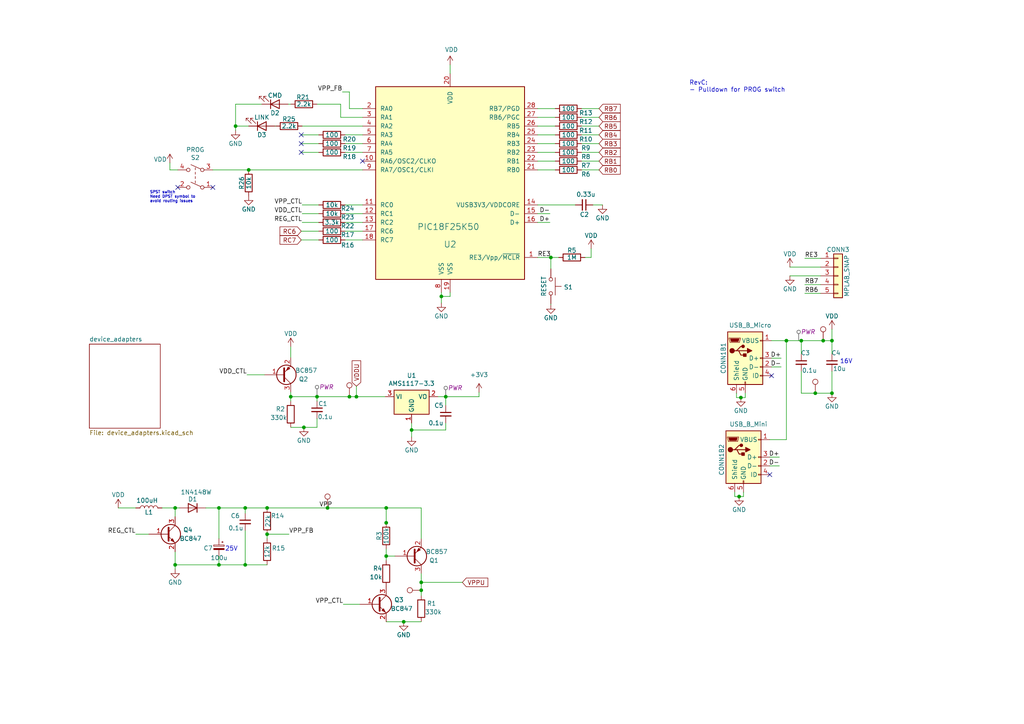
<source format=kicad_sch>
(kicad_sch (version 20230121) (generator eeschema)
  (paper "A4")
  (title_block (title "Openprog+") (date "2023-09-02") (rev "1.0") (company "by Stephen Gordon"))
  (lib_symbols
    (symbol "Connector:TestPoint" (pin_numbers hide) (pin_names (offset 0.762) hide)
      (property "Reference" "TP" (at 0 6.858 0))
      (property "Value" "TestPoint" (at 0 5.08 0))
      (symbol "TestPoint_0_1"
        (circle (center 0 3.302) (radius 0.762))
      )
      (symbol "TestPoint_1_1"
        (pin passive line (at 0 0 90) (length 2.54) (name "1") (number "1"))
      )
    )
    (symbol "Connector:USB_B_Micro" (pin_names (offset 1.016))
      (property "Reference" "J" (at -5.08 11.43 0))
      (property "Value" "USB_B_Micro" (at -5.08 8.89 0))
      (symbol "USB_B_Micro_0_1"
        (rectangle (start -5.08 -7.62) (end 5.08 7.62) (stroke (width 0.254)) (fill (type background)))
        (circle (center -3.81 2.159) (radius 0.635) (stroke (width 0.254)) (fill (type outline)))
        (circle (center -0.635 3.429) (radius 0.381) (stroke (width 0.254)) (fill (type outline)))
        (rectangle (start -0.127 -7.62) (end 0.127 -6.858))
        (polyline (pts (xy -1.905 2.159) (xy 0.635 2.159)) (stroke (width 0.254)))
        (polyline (pts (xy -3.175 2.159) (xy -2.54 2.159) (xy -1.27 3.429) (xy -0.635 3.429)) (stroke (width 0.254)))
        (polyline (pts (xy -2.54 2.159) (xy -1.905 2.159) (xy -1.27 0.889) (xy 0 0.889)) (stroke (width 0.254)))
        (polyline (pts (xy 0.635 2.794) (xy 0.635 1.524) (xy 1.905 2.159) (xy 0.635 2.794)) (stroke (width 0.254)) (fill (type outline)))
        (polyline (pts (xy -4.318 5.588) (xy -1.778 5.588) (xy -2.032 4.826) (xy -4.064 4.826) (xy -4.318 5.588)) (fill (type outline)))
        (polyline (pts (xy -4.699 5.842) (xy -4.699 5.588) (xy -4.445 4.826) (xy -4.445 4.572) (xy -1.651 4.572) (xy -1.651 4.826) (xy -1.397 5.588) (xy -1.397 5.842) (xy -4.699 5.842)))
        (rectangle (start 0.254 1.27) (end -0.508 0.508) (stroke (width 0.254)) (fill (type outline)))
        (rectangle (start 5.08 -5.207) (end 4.318 -4.953))
        (rectangle (start 5.08 -2.667) (end 4.318 -2.413))
        (rectangle (start 5.08 -0.127) (end 4.318 0.127))
        (rectangle (start 5.08 4.953) (end 4.318 5.207))
      )
      (symbol "USB_B_Micro_1_1"
        (pin power_out line (at 7.62 5.08 180) (length 2.54) (name "VBUS") (number "1"))
        (pin bidirectional line (at 7.62 -2.54 180) (length 2.54) (name "D-") (number "2"))
        (pin bidirectional line (at 7.62 0 180) (length 2.54) (name "D+") (number "3"))
        (pin passive line (at 7.62 -5.08 180) (length 2.54) (name "ID") (number "4"))
        (pin power_out line (at 0 -10.16 90) (length 2.54) (name "GND") (number "5"))
        (pin passive line (at -2.54 -10.16 90) (length 2.54) (name "Shield") (number "6"))
      )
    )
    (symbol "Connector:USB_B_Mini" (pin_names (offset 1.016))
      (property "Reference" "J" (at -5.08 11.43 0))
      (property "Value" "USB_B_Mini" (at -5.08 8.89 0))
      (symbol "USB_B_Mini_0_1"
        (rectangle (start -5.08 -7.62) (end 5.08 7.62) (stroke (width 0.254)) (fill (type background)))
        (circle (center -3.81 2.159) (radius 0.635) (stroke (width 0.254)) (fill (type outline)))
        (circle (center -0.635 3.429) (radius 0.381) (stroke (width 0.254)) (fill (type outline)))
        (rectangle (start -0.127 -7.62) (end 0.127 -6.858))
        (polyline (pts (xy -1.905 2.159) (xy 0.635 2.159)) (stroke (width 0.254)))
        (polyline (pts (xy -3.175 2.159) (xy -2.54 2.159) (xy -1.27 3.429) (xy -0.635 3.429)) (stroke (width 0.254)))
        (polyline (pts (xy -2.54 2.159) (xy -1.905 2.159) (xy -1.27 0.889) (xy 0 0.889)) (stroke (width 0.254)))
        (polyline (pts (xy 0.635 2.794) (xy 0.635 1.524) (xy 1.905 2.159) (xy 0.635 2.794)) (stroke (width 0.254)) (fill (type outline)))
        (polyline (pts (xy -4.318 5.588) (xy -1.778 5.588) (xy -2.032 4.826) (xy -4.064 4.826) (xy -4.318 5.588)) (fill (type outline)))
        (polyline (pts (xy -4.699 5.842) (xy -4.699 5.588) (xy -4.445 4.826) (xy -4.445 4.572) (xy -1.651 4.572) (xy -1.651 4.826) (xy -1.397 5.588) (xy -1.397 5.842) (xy -4.699 5.842)))
        (rectangle (start 0.254 1.27) (end -0.508 0.508) (stroke (width 0.254)) (fill (type outline)))
        (rectangle (start 5.08 -5.207) (end 4.318 -4.953))
        (rectangle (start 5.08 -2.667) (end 4.318 -2.413))
        (rectangle (start 5.08 -0.127) (end 4.318 0.127))
        (rectangle (start 5.08 4.953) (end 4.318 5.207))
      )
      (symbol "USB_B_Mini_1_1"
        (pin power_out line (at 7.62 5.08 180) (length 2.54) (name "VBUS") (number "1"))
        (pin bidirectional line (at 7.62 -2.54 180) (length 2.54) (name "D-") (number "2"))
        (pin bidirectional line (at 7.62 0 180) (length 2.54) (name "D+") (number "3"))
        (pin passive line (at 7.62 -5.08 180) (length 2.54) (name "ID") (number "4"))
        (pin power_out line (at 0 -10.16 90) (length 2.54) (name "GND") (number "5"))
        (pin passive line (at -2.54 -10.16 90) (length 2.54) (name "Shield") (number "6"))
      )
    )
    (symbol "Connector_Generic:Conn_01x05" (pin_names (offset 1.016) hide)
      (property "Reference" "J" (at 0 7.62 0))
      (property "Value" "Conn_01x05" (at 0 -7.62 0))
      (symbol "Conn_01x05_1_1"
        (rectangle (start -1.27 -4.953) (end 0 -5.207) (stroke (width 0.1524)))
        (rectangle (start -1.27 -2.413) (end 0 -2.667) (stroke (width 0.1524)))
        (rectangle (start -1.27 0.127) (end 0 -0.127) (stroke (width 0.1524)))
        (rectangle (start -1.27 2.667) (end 0 2.413) (stroke (width 0.1524)))
        (rectangle (start -1.27 5.207) (end 0 4.953) (stroke (width 0.1524)))
        (rectangle (start -1.27 6.35) (end 1.27 -6.35) (stroke (width 0.254)) (fill (type background)))
        (pin passive line (at -5.08 5.08 0) (length 3.81) (name "Pin_1") (number "1"))
        (pin passive line (at -5.08 2.54 0) (length 3.81) (name "Pin_2") (number "2"))
        (pin passive line (at -5.08 0 0) (length 3.81) (name "Pin_3") (number "3"))
        (pin passive line (at -5.08 -2.54 0) (length 3.81) (name "Pin_4") (number "4"))
        (pin passive line (at -5.08 -5.08 0) (length 3.81) (name "Pin_5") (number "5"))
      )
    )
    (symbol "Device:C_Polarized_Small" (pin_numbers hide) (pin_names (offset 0.254) hide)
      (property "Reference" "C" (at 0.254 1.778 0))
      (property "Value" "C_Polarized_Small" (at 0.254 -2.032 0))
      (symbol "C_Polarized_Small_0_1"
        (rectangle (start -1.524 -0.3048) (end 1.524 -0.6858) (fill (type outline)))
        (rectangle (start -1.524 0.6858) (end 1.524 0.3048))
        (polyline (pts (xy -1.27 1.524) (xy -0.762 1.524)))
        (polyline (pts (xy -1.016 1.27) (xy -1.016 1.778)))
      )
      (symbol "C_Polarized_Small_1_1"
        (pin passive line (at 0 2.54 270) (length 1.8542) (name "~") (number "1"))
        (pin passive line (at 0 -2.54 90) (length 1.8542) (name "~") (number "2"))
      )
    )
    (symbol "Device:C_Small" (pin_numbers hide) (pin_names (offset 0.254) hide)
      (property "Reference" "C" (at 0.254 1.778 0))
      (property "Value" "C_Small" (at 0.254 -2.032 0))
      (symbol "C_Small_0_1"
        (polyline (pts (xy -1.524 -0.508) (xy 1.524 -0.508)) (stroke (width 0.3302)))
        (polyline (pts (xy -1.524 0.508) (xy 1.524 0.508)) (stroke (width 0.3048)))
      )
      (symbol "C_Small_1_1"
        (pin passive line (at 0 2.54 270) (length 2.032) (name "~") (number "1"))
        (pin passive line (at 0 -2.54 90) (length 2.032) (name "~") (number "2"))
      )
    )
    (symbol "Device:L" (pin_numbers hide) (pin_names (offset 1.016) hide)
      (property "Reference" "L" (at -1.27 0 90))
      (property "Value" "L" (at 1.905 0 90))
      (symbol "L_0_1"
        (arc (start 0 -2.54) (mid 0.6323 -1.905) (end 0 -1.27))
        (arc (start 0 -1.27) (mid 0.6323 -0.635) (end 0 0))
        (arc (start 0 0) (mid 0.6323 0.635) (end 0 1.27))
        (arc (start 0 1.27) (mid 0.6323 1.905) (end 0 2.54))
      )
      (symbol "L_1_1"
        (pin passive line (at 0 3.81 270) (length 1.27) (name "1") (number "1"))
        (pin passive line (at 0 -3.81 90) (length 1.27) (name "2") (number "2"))
      )
    )
    (symbol "Device:LED" (pin_numbers hide) (pin_names (offset 1.016) hide)
      (property "Reference" "D" (at 0 2.54 0))
      (property "Value" "LED" (at 0 -2.54 0))
      (symbol "LED_0_1"
        (polyline (pts (xy -1.27 -1.27) (xy -1.27 1.27)) (stroke (width 0.254)))
        (polyline (pts (xy -1.27 0) (xy 1.27 0)))
        (polyline (pts (xy 1.27 -1.27) (xy 1.27 1.27) (xy -1.27 0) (xy 1.27 -1.27)) (stroke (width 0.254)))
        (polyline (pts (xy -3.048 -0.762) (xy -4.572 -2.286) (xy -3.81 -2.286) (xy -4.572 -2.286) (xy -4.572 -1.524)))
        (polyline (pts (xy -1.778 -0.762) (xy -3.302 -2.286) (xy -2.54 -2.286) (xy -3.302 -2.286) (xy -3.302 -1.524)))
      )
      (symbol "LED_1_1"
        (pin passive line (at -3.81 0 0) (length 2.54) (name "K") (number "1"))
        (pin passive line (at 3.81 0 180) (length 2.54) (name "A") (number "2"))
      )
    )
    (symbol "Device:R" (pin_numbers hide) (pin_names (offset 0))
      (property "Reference" "R" (at 2.032 0 90))
      (property "Value" "R" (at 0 0 90))
      (symbol "R_0_1"
        (rectangle (start -1.016 -2.54) (end 1.016 2.54) (stroke (width 0.254)))
      )
      (symbol "R_1_1"
        (pin passive line (at 0 3.81 270) (length 1.27) (name "~") (number "1"))
        (pin passive line (at 0 -3.81 90) (length 1.27) (name "~") (number "2"))
      )
    )
    (symbol "Diode:1N4148W" (pin_numbers hide) (pin_names hide)
      (property "Reference" "D" (at 0 2.54 0))
      (property "Value" "1N4148W" (at 0 -2.54 0))
      (symbol "1N4148W_0_1"
        (polyline (pts (xy -1.27 1.27) (xy -1.27 -1.27)) (stroke (width 0.254)))
        (polyline (pts (xy 1.27 0) (xy -1.27 0)))
        (polyline (pts (xy 1.27 1.27) (xy 1.27 -1.27) (xy -1.27 0) (xy 1.27 1.27)) (stroke (width 0.254)))
      )
      (symbol "1N4148W_1_1"
        (pin passive line (at -3.81 0 0) (length 2.54) (name "K") (number "1"))
        (pin passive line (at 3.81 0 180) (length 2.54) (name "A") (number "2"))
      )
    )
    (symbol "MCU_Microchip_PIC18:PIC18F25K50-xSO" (pin_names (offset 1.27))
      (property "Reference" "U" (at -20.32 30.48 0))
      (property "Value" "PIC18F25K50-xSO" (at 12.7 -27.94 0))
      (symbol "PIC18F25K50-xSO_0_1"
        (rectangle (start -21.59 29.21) (end 21.59 -26.67) (stroke (width 0.254)) (fill (type background)))
      )
      (symbol "PIC18F25K50-xSO_1_1"
        (pin input line (at 25.4 -20.32 180) (length 3.81) (name "RE3/Vpp/~{MCLR}") (number "1"))
        (pin output line (at -25.4 7.62 0) (length 3.81) (name "RA6/OSC2/CLKO") (number "10"))
        (pin bidirectional line (at -25.4 -5.08 0) (length 3.81) (name "RC0") (number "11"))
        (pin bidirectional line (at -25.4 -7.62 0) (length 3.81) (name "RC1") (number "12"))
        (pin bidirectional line (at -25.4 -10.16 0) (length 3.81) (name "RC2") (number "13"))
        (pin bidirectional line (at 25.4 -5.08 180) (length 3.81) (name "VUSB3V3/VDDCORE") (number "14"))
        (pin bidirectional line (at 25.4 -7.62 180) (length 3.81) (name "D-") (number "15"))
        (pin bidirectional line (at 25.4 -10.16 180) (length 3.81) (name "D+") (number "16"))
        (pin bidirectional line (at -25.4 -12.7 0) (length 3.81) (name "RC6") (number "17"))
        (pin bidirectional line (at -25.4 -15.24 0) (length 3.81) (name "RC7") (number "18"))
        (pin power_in line (at 0 -30.48 90) (length 3.81) (name "VSS") (number "19"))
        (pin bidirectional line (at -25.4 22.86 0) (length 3.81) (name "RA0") (number "2"))
        (pin power_in line (at 0 33.02 270) (length 3.81) (name "VDD") (number "20"))
        (pin bidirectional line (at 25.4 5.08 180) (length 3.81) (name "RB0") (number "21"))
        (pin bidirectional line (at 25.4 7.62 180) (length 3.81) (name "RB1") (number "22"))
        (pin bidirectional line (at 25.4 10.16 180) (length 3.81) (name "RB2") (number "23"))
        (pin bidirectional line (at 25.4 12.7 180) (length 3.81) (name "RB3") (number "24"))
        (pin bidirectional line (at 25.4 15.24 180) (length 3.81) (name "RB4") (number "25"))
        (pin bidirectional line (at 25.4 17.78 180) (length 3.81) (name "RB5") (number "26"))
        (pin bidirectional line (at 25.4 20.32 180) (length 3.81) (name "RB6/PGC") (number "27"))
        (pin bidirectional line (at 25.4 22.86 180) (length 3.81) (name "RB7/PGD") (number "28"))
        (pin bidirectional line (at -25.4 20.32 0) (length 3.81) (name "RA1") (number "3"))
        (pin bidirectional line (at -25.4 17.78 0) (length 3.81) (name "RA2") (number "4"))
        (pin bidirectional line (at -25.4 15.24 0) (length 3.81) (name "RA3") (number "5"))
        (pin bidirectional line (at -25.4 12.7 0) (length 3.81) (name "RA4") (number "6"))
        (pin bidirectional line (at -25.4 10.16 0) (length 3.81) (name "RA5") (number "7"))
        (pin power_in line (at -2.54 -30.48 90) (length 3.81) (name "VSS") (number "8"))
        (pin input line (at -25.4 5.08 0) (length 3.81) (name "RA7/OSC1/CLKI") (number "9"))
      )
    )
    (symbol "Regulator_Linear:AMS1117-3.3"
      (property "Reference" "U" (at -3.81 3.175 0))
      (property "Value" "AMS1117-3.3" (at 0 3.175 0))
      (symbol "AMS1117-3.3_0_1"
        (rectangle (start -5.08 -5.08) (end 5.08 1.905) (stroke (width 0.254)) (fill (type background)))
      )
      (symbol "AMS1117-3.3_1_1"
        (pin power_in line (at 0 -7.62 90) (length 2.54) (name "GND") (number "1"))
        (pin power_out line (at 7.62 0 180) (length 2.54) (name "VO") (number "2"))
        (pin power_in line (at -7.62 0 0) (length 2.54) (name "VI") (number "3"))
      )
    )
    (symbol "Switch:SW_DPST" (pin_names (offset 0) hide)
      (property "Reference" "SW" (at 0 5.08 0))
      (property "Value" "SW_DPST" (at 0 -5.08 0))
      (symbol "SW_DPST_0_0"
        (circle (center -2.032 -2.54) (radius 0.508))
        (circle (center -2.032 2.54) (radius 0.508))
        (polyline (pts (xy -1.524 -2.286) (xy 1.27 -1.016)))
        (polyline (pts (xy -1.524 2.794) (xy 1.27 4.064)))
        (polyline (pts (xy 0 -1.27) (xy 0 -0.635)))
        (polyline (pts (xy 0 0) (xy 0 0.635)))
        (polyline (pts (xy 0 1.27) (xy 0 1.905)))
        (polyline (pts (xy 0 2.54) (xy 0 3.175)))
        (circle (center 2.032 -2.54) (radius 0.508))
        (circle (center 2.032 2.54) (radius 0.508))
      )
      (symbol "SW_DPST_1_1"
        (pin passive line (at -5.08 -2.54 0) (length 2.54) (name "1") (number "1"))
        (pin passive line (at 5.08 -2.54 180) (length 2.54) (name "2") (number "2"))
        (pin passive line (at -5.08 2.54 0) (length 2.54) (name "3") (number "3"))
        (pin passive line (at 5.08 2.54 180) (length 2.54) (name "4") (number "4"))
      )
    )
    (symbol "Switch:SW_Push" (pin_numbers hide) (pin_names (offset 1.016) hide)
      (property "Reference" "SW" (at 1.27 2.54 0))
      (property "Value" "SW_Push" (at 0 -1.524 0))
      (symbol "SW_Push_0_1"
        (circle (center -2.032 0) (radius 0.508))
        (polyline (pts (xy 0 1.27) (xy 0 3.048)))
        (polyline (pts (xy 2.54 1.27) (xy -2.54 1.27)))
        (circle (center 2.032 0) (radius 0.508))
        (pin passive line (at -5.08 0 0) (length 2.54) (name "1") (number "1"))
        (pin passive line (at 5.08 0 180) (length 2.54) (name "2") (number "2"))
      )
    )
    (symbol "Transistor_BJT:BC847" (pin_names (offset 0) hide)
      (property "Reference" "Q" (at 5.08 1.905 0))
      (property "Value" "BC847" (at 5.08 0 0))
      (symbol "BC847_0_1"
        (polyline (pts (xy 0.635 0.635) (xy 2.54 2.54)))
        (polyline (pts (xy 0.635 -0.635) (xy 2.54 -2.54) (xy 2.54 -2.54)))
        (polyline (pts (xy 0.635 1.905) (xy 0.635 -1.905) (xy 0.635 -1.905)) (stroke (width 0.508)))
        (polyline (pts (xy 1.27 -1.778) (xy 1.778 -1.27) (xy 2.286 -2.286) (xy 1.27 -1.778) (xy 1.27 -1.778)) (fill (type outline)))
        (circle (center 1.27 0) (radius 2.8194) (stroke (width 0.254)))
      )
      (symbol "BC847_1_1"
        (pin input line (at -5.08 0 0) (length 5.715) (name "B") (number "1"))
        (pin passive line (at 2.54 -5.08 90) (length 2.54) (name "E") (number "2"))
        (pin passive line (at 2.54 5.08 270) (length 2.54) (name "C") (number "3"))
      )
    )
    (symbol "Transistor_BJT:BC857" (pin_names (offset 0) hide)
      (property "Reference" "Q" (at 5.08 1.905 0))
      (property "Value" "BC857" (at 5.08 0 0))
      (symbol "BC857_0_1"
        (polyline (pts (xy 0.635 0.635) (xy 2.54 2.54)))
        (polyline (pts (xy 0.635 -0.635) (xy 2.54 -2.54) (xy 2.54 -2.54)))
        (polyline (pts (xy 0.635 1.905) (xy 0.635 -1.905) (xy 0.635 -1.905)) (stroke (width 0.508)))
        (polyline (pts (xy 2.286 -1.778) (xy 1.778 -2.286) (xy 1.27 -1.27) (xy 2.286 -1.778) (xy 2.286 -1.778)) (fill (type outline)))
        (circle (center 1.27 0) (radius 2.8194) (stroke (width 0.254)))
      )
      (symbol "BC857_1_1"
        (pin input line (at -5.08 0 0) (length 5.715) (name "B") (number "1"))
        (pin passive line (at 2.54 -5.08 90) (length 2.54) (name "E") (number "2"))
        (pin passive line (at 2.54 5.08 270) (length 2.54) (name "C") (number "3"))
      )
    )
    (symbol "power:+3V3" (power) (pin_names (offset 0))
      (property "Value" "+3V3" (at 0 3.556 0))
      (symbol "+3V3_0_1"
        (polyline (pts (xy -0.762 1.27) (xy 0 2.54)))
        (polyline (pts (xy 0 0) (xy 0 2.54)))
        (polyline (pts (xy 0 2.54) (xy 0.762 1.27)))
      )
      (symbol "+3V3_1_1"
        (pin power_in line (at 0 0 90) (length 0) hide (name "+3V3") (number "1"))
      )
    )
    (symbol "power:GND" (power) (pin_names (offset 0))
      (property "Value" "GND" (at 0 -3.81 0))
      (symbol "GND_0_1"
        (polyline (pts (xy 0 0) (xy 0 -1.27) (xy 1.27 -1.27) (xy 0 -2.54) (xy -1.27 -1.27) (xy 0 -1.27)))
      )
      (symbol "GND_1_1"
        (pin power_in line (at 0 0 270) (length 0) hide (name "GND") (number "1"))
      )
    )
    (symbol "power:VDD" (power) (pin_names (offset 0))
      (property "Value" "VDD" (at 0 3.81 0))
      (symbol "VDD_0_1"
        (polyline (pts (xy -0.762 1.27) (xy 0 2.54)))
        (polyline (pts (xy 0 0) (xy 0 2.54)))
        (polyline (pts (xy 0 2.54) (xy 0.762 1.27)))
      )
      (symbol "VDD_1_1"
        (pin power_in line (at 0 0 90) (length 0) hide (name "VDD") (number "1"))
      )
    )
  )
  (junction (at 63.5 147.32))
  (junction (at 214.884 115.316))
  (junction (at 50.8 163.83))
  (junction (at 228.092 98.806))
  (junction (at 122.174 168.91))
  (junction (at 50.8 147.32))
  (junction (at 117.094 180.34))
  (junction (at 232.41 98.806))
  (junction (at 159.766 74.676))
  (junction (at 112.014 161.29))
  (junction (at 91.948 115.062))
  (junction (at 238.76 98.806))
  (junction (at 112.014 147.32))
  (junction (at 88.138 123.952))
  (junction (at 84.328 115.062))
  (junction (at 122.174 171.196))
  (junction (at 214.376 144.018))
  (junction (at 71.12 147.32))
  (junction (at 68.326 36.576))
  (junction (at 71.12 163.83))
  (junction (at 241.3 114.046))
  (junction (at 94.996 147.32))
  (junction (at 77.47 154.94))
  (junction (at 128.016 85.979))
  (junction (at 72.136 49.276))
  (junction (at 101.346 115.062))
  (junction (at 103.378 115.062))
  (junction (at 119.38 124.714))
  (junction (at 241.3 98.806))
  (junction (at 129.286 115.062))
  (junction (at 112.014 151.638))
  (junction (at 63.5 163.83))
  (junction (at 77.47 147.32))
  (junction (at 236.474 114.046))
  (no_connect (at 223.774 108.966))
  (no_connect (at 87.376 39.116))
  (no_connect (at 87.376 41.656))
  (no_connect (at 223.266 137.668))
  (no_connect (at 87.376 44.196))
  (no_connect (at 105.156 46.736))
  (no_connect (at 51.562 54.356))
  (no_connect (at 61.722 54.356))
  (wire (pts (xy 49.276 47.244) (xy 49.276 49.276)))
  (wire (pts (xy 236.474 114.046) (xy 232.41 114.046)))
  (wire (pts (xy 241.3 98.806) (xy 241.3 102.616)))
  (wire (pts (xy 223.266 132.588) (xy 226.06 132.588)))
  (wire (pts (xy 213.106 144.018) (xy 214.376 144.018)))
  (wire (pts (xy 92.456 64.516) (xy 87.63 64.516)))
  (wire (pts (xy 134.112 168.91) (xy 122.174 168.91)))
  (wire (pts (xy 75.946 30.226) (xy 68.326 30.226)))
  (wire (pts (xy 51.562 49.276) (xy 49.276 49.276)))
  (wire (pts (xy 129.286 115.062) (xy 129.286 117.602)))
  (wire (pts (xy 105.156 69.596) (xy 100.076 69.596)))
  (wire (pts (xy 223.266 135.128) (xy 226.06 135.128)))
  (wire (pts (xy 83.82 154.94) (xy 77.47 154.94)))
  (wire (pts (xy 50.8 160.02) (xy 50.8 163.83)))
  (wire (pts (xy 155.956 61.976) (xy 159.512 61.976)))
  (wire (pts (xy 92.456 59.436) (xy 87.63 59.436)))
  (wire (pts (xy 228.092 127.508) (xy 228.092 98.806)))
  (wire (pts (xy 71.12 147.32) (xy 63.5 147.32)))
  (wire (pts (xy 72.136 49.276) (xy 105.156 49.276)))
  (wire (pts (xy 238.76 98.806) (xy 241.3 98.806)))
  (wire (pts (xy 213.106 142.748) (xy 213.106 144.018)))
  (wire (pts (xy 128.016 85.979) (xy 128.016 87.884)))
  (wire (pts (xy 169.672 74.676) (xy 171.45 74.676)))
  (wire (pts (xy 112.014 161.29) (xy 112.014 162.56)))
  (wire (pts (xy 83.566 30.226) (xy 84.328 30.226)))
  (wire (pts (xy 159.766 88.138) (xy 159.766 88.392)))
  (wire (pts (xy 119.38 124.714) (xy 119.38 126.746)))
  (wire (pts (xy 238.76 98.806) (xy 232.41 98.806)))
  (wire (pts (xy 94.996 147.32) (xy 112.014 147.32)))
  (wire (pts (xy 79.756 36.576) (xy 80.01 36.576)))
  (wire (pts (xy 127 115.062) (xy 129.286 115.062)))
  (wire (pts (xy 104.394 175.26) (xy 99.568 175.26)))
  (wire (pts (xy 71.12 153.924) (xy 71.12 163.83)))
  (wire (pts (xy 112.014 147.32) (xy 112.014 151.638)))
  (wire (pts (xy 61.722 49.276) (xy 72.136 49.276)))
  (wire (pts (xy 92.456 39.116) (xy 87.376 39.116)))
  (wire (pts (xy 171.45 74.676) (xy 171.45 72.136)))
  (wire (pts (xy 130.556 18.796) (xy 130.556 21.336)))
  (wire (pts (xy 91.948 115.062) (xy 84.328 115.062)))
  (wire (pts (xy 84.328 100.584) (xy 84.328 103.632)))
  (wire (pts (xy 213.614 115.316) (xy 214.884 115.316)))
  (wire (pts (xy 173.736 46.736) (xy 168.656 46.736)))
  (wire (pts (xy 91.948 121.412) (xy 91.948 123.952)))
  (wire (pts (xy 130.556 85.979) (xy 128.016 85.979)))
  (wire (pts (xy 129.286 122.682) (xy 129.286 124.714)))
  (wire (pts (xy 166.878 59.436) (xy 155.956 59.436)))
  (wire (pts (xy 68.326 36.576) (xy 68.326 30.226)))
  (wire (pts (xy 105.156 64.516) (xy 100.076 64.516)))
  (wire (pts (xy 223.774 103.886) (xy 226.568 103.886)))
  (wire (pts (xy 91.948 116.332) (xy 91.948 115.062)))
  (wire (pts (xy 241.3 107.696) (xy 241.3 114.046)))
  (wire (pts (xy 71.12 148.844) (xy 71.12 147.32)))
  (wire (pts (xy 173.736 41.656) (xy 168.656 41.656)))
  (wire (pts (xy 112.014 147.32) (xy 122.174 147.32)))
  (wire (pts (xy 232.41 107.696) (xy 232.41 114.046)))
  (wire (pts (xy 105.156 36.576) (xy 87.63 36.576)))
  (wire (pts (xy 63.5 147.32) (xy 59.69 147.32)))
  (wire (pts (xy 91.948 123.952) (xy 88.138 123.952)))
  (wire (pts (xy 77.47 154.94) (xy 77.47 156.21)))
  (wire (pts (xy 168.656 49.276) (xy 173.736 49.276)))
  (wire (pts (xy 103.378 112.014) (xy 103.378 115.062)))
  (wire (pts (xy 105.156 34.036) (xy 98.806 34.036)))
  (wire (pts (xy 112.014 151.638) (xy 112.014 151.892)))
  (wire (pts (xy 155.956 64.516) (xy 159.512 64.516)))
  (wire (pts (xy 87.376 67.056) (xy 92.456 67.056)))
  (wire (pts (xy 161.036 46.736) (xy 155.956 46.736)))
  (wire (pts (xy 122.174 168.91) (xy 122.174 171.196)))
  (wire (pts (xy 237.998 74.93) (xy 233.426 74.93)))
  (wire (pts (xy 87.376 44.196) (xy 92.456 44.196)))
  (wire (pts (xy 77.47 147.32) (xy 94.996 147.32)))
  (wire (pts (xy 63.5 147.32) (xy 63.5 156.21)))
  (wire (pts (xy 229.108 80.01) (xy 237.998 80.01)))
  (wire (pts (xy 168.656 31.496) (xy 173.736 31.496)))
  (wire (pts (xy 138.938 115.062) (xy 138.938 113.792)))
  (wire (pts (xy 215.646 144.018) (xy 214.376 144.018)))
  (wire (pts (xy 52.07 147.32) (xy 50.8 147.32)))
  (wire (pts (xy 119.38 124.714) (xy 129.286 124.714)))
  (wire (pts (xy 223.266 127.508) (xy 228.092 127.508)))
  (wire (pts (xy 105.156 31.496) (xy 101.346 31.496)))
  (wire (pts (xy 237.998 85.09) (xy 233.426 85.09)))
  (wire (pts (xy 103.378 115.062) (xy 111.76 115.062)))
  (wire (pts (xy 223.774 106.426) (xy 226.568 106.426)))
  (wire (pts (xy 46.99 147.32) (xy 50.8 147.32)))
  (wire (pts (xy 155.956 49.276) (xy 161.036 49.276)))
  (wire (pts (xy 241.3 95.504) (xy 241.3 98.806)))
  (wire (pts (xy 223.774 98.806) (xy 228.092 98.806)))
  (wire (pts (xy 168.656 34.036) (xy 173.736 34.036)))
  (wire (pts (xy 105.156 61.976) (xy 100.076 61.976)))
  (wire (pts (xy 215.646 142.748) (xy 215.646 144.018)))
  (wire (pts (xy 50.8 149.86) (xy 50.8 147.32)))
  (wire (pts (xy 155.956 74.676) (xy 159.766 74.676)))
  (wire (pts (xy 105.156 67.056) (xy 100.076 67.056)))
  (wire (pts (xy 155.956 44.196) (xy 161.036 44.196)))
  (wire (pts (xy 63.5 161.29) (xy 63.5 163.83)))
  (wire (pts (xy 92.456 41.656) (xy 87.376 41.656)))
  (wire (pts (xy 155.956 39.116) (xy 161.036 39.116)))
  (wire (pts (xy 237.998 82.55) (xy 233.426 82.55)))
  (wire (pts (xy 122.174 166.37) (xy 122.174 168.91)))
  (wire (pts (xy 105.156 44.196) (xy 100.076 44.196)))
  (wire (pts (xy 105.156 39.116) (xy 100.076 39.116)))
  (wire (pts (xy 71.12 147.32) (xy 77.47 147.32)))
  (wire (pts (xy 92.456 61.976) (xy 87.63 61.976)))
  (wire (pts (xy 128.016 84.836) (xy 128.016 85.979)))
  (wire (pts (xy 63.5 163.83) (xy 50.8 163.83)))
  (wire (pts (xy 34.29 147.32) (xy 39.37 147.32)))
  (wire (pts (xy 88.138 123.952) (xy 84.328 123.952)))
  (wire (pts (xy 117.094 180.34) (xy 112.014 180.34)))
  (wire (pts (xy 77.47 163.83) (xy 71.12 163.83)))
  (wire (pts (xy 155.956 34.036) (xy 161.036 34.036)))
  (wire (pts (xy 216.154 114.046) (xy 216.154 115.316)))
  (wire (pts (xy 232.41 98.806) (xy 232.41 102.616)))
  (wire (pts (xy 68.326 36.576) (xy 72.136 36.576)))
  (wire (pts (xy 68.326 36.576) (xy 68.326 37.846)))
  (wire (pts (xy 159.766 77.978) (xy 159.766 74.676)))
  (wire (pts (xy 130.556 84.836) (xy 130.556 85.979)))
  (wire (pts (xy 122.174 171.196) (xy 122.174 172.72)))
  (wire (pts (xy 155.956 36.576) (xy 161.036 36.576)))
  (wire (pts (xy 84.328 113.792) (xy 84.328 115.062)))
  (wire (pts (xy 174.752 59.436) (xy 171.958 59.436)))
  (wire (pts (xy 129.286 115.062) (xy 138.938 115.062)))
  (wire (pts (xy 155.956 31.496) (xy 161.036 31.496)))
  (wire (pts (xy 168.656 39.116) (xy 173.736 39.116)))
  (wire (pts (xy 105.156 41.656) (xy 100.076 41.656)))
  (wire (pts (xy 101.346 26.67) (xy 99.314 26.67)))
  (wire (pts (xy 228.092 98.806) (xy 232.41 98.806)))
  (wire (pts (xy 168.656 44.196) (xy 173.736 44.196)))
  (wire (pts (xy 84.328 115.062) (xy 84.328 116.332)))
  (wire (pts (xy 101.346 31.496) (xy 101.346 26.67)))
  (wire (pts (xy 98.806 34.036) (xy 98.806 30.226)))
  (wire (pts (xy 112.014 159.258) (xy 112.014 161.29)))
  (wire (pts (xy 122.174 180.34) (xy 117.094 180.34)))
  (wire (pts (xy 173.736 36.576) (xy 168.656 36.576)))
  (wire (pts (xy 114.554 161.29) (xy 112.014 161.29)))
  (wire (pts (xy 91.948 114.808) (xy 91.948 115.062)))
  (wire (pts (xy 237.998 77.47) (xy 229.108 77.47)))
  (wire (pts (xy 71.12 163.83) (xy 63.5 163.83)))
  (wire (pts (xy 213.614 114.046) (xy 213.614 115.316)))
  (wire (pts (xy 162.052 74.676) (xy 159.766 74.676)))
  (wire (pts (xy 161.036 41.656) (xy 155.956 41.656)))
  (wire (pts (xy 50.8 163.83) (xy 50.8 165.1)))
  (wire (pts (xy 241.3 114.046) (xy 236.474 114.046)))
  (wire (pts (xy 76.708 108.712) (xy 71.628 108.712)))
  (wire (pts (xy 122.174 156.21) (xy 122.174 147.32)))
  (wire (pts (xy 105.156 59.436) (xy 100.076 59.436)))
  (wire (pts (xy 91.948 115.062) (xy 101.346 115.062)))
  (wire (pts (xy 119.38 122.682) (xy 119.38 124.714)))
  (wire (pts (xy 216.154 115.316) (xy 214.884 115.316)))
  (wire (pts (xy 92.456 69.596) (xy 87.376 69.596)))
  (wire (pts (xy 101.346 115.062) (xy 103.378 115.062)))
  (wire (pts (xy 43.18 154.94) (xy 39.37 154.94)))
  (wire (pts (xy 98.806 30.226) (xy 91.948 30.226)))
  (text "RevC:\n- Pulldown for PROG switch" (at 199.898 26.924 0) (effects (font (size 1.27 1.27)) (justify left bottom)))
  (text "SPST switch\nNeed DPST symbol to\navoid routing issues" (at 43.434 58.928 0) (effects (font (size 0.8 0.8)) (justify left bottom)))
  (text "16V" (at 243.586 105.664 0) (effects (font (size 1.27 1.27)) (justify left bottom)))
  (text "25V" (at 65.278 160.02 0) (effects (font (size 1.27 1.27)) (justify left bottom)))
  (label "D+" (at 226.06 132.588 180))
  (label "RE3" (at 159.766 74.676 180))
  (label "VPP_CTL" (at 99.568 175.26 180))
  (label "REG_CTL" (at 39.37 154.94 180))
  (label "VPP_CTL" (at 87.63 59.436 180))
  (label "D-" (at 226.568 106.426 180))
  (label "VDD_CTL" (at 87.63 61.976 180))
  (label "VPP" (at 92.583 147.32 0))
  (label "VPP_FB" (at 83.82 154.94 0))
  (label "RE3" (at 233.426 74.93 0))
  (label "VPP_FB" (at 99.314 26.67 180))
  (label "VDD_CTL" (at 71.628 108.712 180))
  (label "REG_CTL" (at 87.63 64.516 180))
  (label "D+" (at 159.512 64.516 180))
  (label "D+" (at 226.568 103.886 180))
  (label "RB7" (at 233.426 82.55 0))
  (label "D-" (at 226.06 135.128 180))
  (label "RB6" (at 233.426 85.09 0))
  (label "D-" (at 159.512 61.976 180))
  (global_label "RB0" (shape input) (at 173.736 49.276 0) (property "Intersheetrefs" "${INTERSHEET_REFS}" (effects hide)))
  (global_label "RC6" (shape input) (at 87.376 67.056 180) (property "Intersheetrefs" "${INTERSHEET_REFS}" (effects hide)))
  (global_label "RC7" (shape input) (at 87.376 69.596 180) (property "Intersheetrefs" "${INTERSHEET_REFS}" (effects hide)))
  (global_label "RB6" (shape input) (at 173.736 34.036 0) (property "Intersheetrefs" "${INTERSHEET_REFS}" (effects hide)))
  (global_label "VDDU" (shape input) (at 103.378 112.014 90) (property "Intersheetrefs" "${INTERSHEET_REFS}" (effects hide)))
  (global_label "RB7" (shape input) (at 173.736 31.496 0) (property "Intersheetrefs" "${INTERSHEET_REFS}" (effects hide)))
  (global_label "RB1" (shape input) (at 173.736 46.736 0) (property "Intersheetrefs" "${INTERSHEET_REFS}" (effects hide)))
  (global_label "RB4" (shape input) (at 173.736 39.116 0) (property "Intersheetrefs" "${INTERSHEET_REFS}" (effects hide)))
  (global_label "RB5" (shape input) (at 173.736 36.576 0) (property "Intersheetrefs" "${INTERSHEET_REFS}" (effects hide)))
  (global_label "RB3" (shape input) (at 173.736 41.656 0) (property "Intersheetrefs" "${INTERSHEET_REFS}" (effects hide)))
  (global_label "VPPU" (shape input) (at 134.112 168.91 0) (property "Intersheetrefs" "${INTERSHEET_REFS}" (effects hide)))
  (global_label "RB2" (shape input) (at 173.736 44.196 0) (property "Intersheetrefs" "${INTERSHEET_REFS}" (effects hide)))
  (netclass_flag "" (length 2.54) (shape round) (at 129.286 115.062 0) (property "Netclass" "PWR" (at 129.8956 112.522 0) (effects (font italic) (justify left))))
  (netclass_flag "" (length 2.54) (shape round) (at 91.948 114.808 0) (property "Netclass" "PWR" (at 92.5576 112.268 0) (effects (font italic) (justify left))))
  (netclass_flag "" (length 2.54) (shape round) (at 231.648 98.806 0) (property "Netclass" "PWR" (at 232.2576 96.266 0) (effects (font italic) (justify left))))
  (symbol (lib_id "Device:R") (at 165.862 74.676 90) (unit 1)
    (property "Reference" "R5" (at 165.862 72.644 90))
    (property "Value" "1M" (at 165.862 74.676 90))
    (property "Footprint" "Resistor_SMD:R_1206_3216Metric_Pad1.30x1.75mm_HandSolder" (effects hide))
  )
  (symbol (lib_id "Transistor_BJT:BC847") (at 109.474 175.26 0) (unit 1)
    (property "Reference" "Q3" (at 117.094 173.99 0) (effects (justify right)))
    (property "Value" "BC847" (at 119.7102 176.53 0) (effects (justify right)))
    (property "Footprint" "Package_TO_SOT_SMD:SOT-23" (effects hide))
    (property "Datasheet" "http://www.infineon.com/dgdl/Infineon-BC847SERIES_BC848SERIES_BC849SERIES_BC850SERIES-DS-v01_01-en.pdf?fileId=db3a304314dca389011541d4630a1657" (effects hide))
  )
  (symbol (lib_id "Transistor_BJT:BC857") (at 81.788 108.712 0) (mirror x) (unit 1)
    (property "Reference" "Q2" (at 89.408 109.982 0) (effects (justify right)))
    (property "Value" "BC857" (at 92.0242 107.442 0) (effects (justify right)))
    (property "Footprint" "Package_TO_SOT_SMD:SOT-23" (effects hide))
    (property "Datasheet" "https://www.onsemi.com/pub/Collateral/BC860-D.pdf" (effects hide))
  )
  (symbol (lib_id "Device:L") (at 43.18 147.32 270) (mirror x) (unit 1)
    (property "Reference" "L1" (at 43.18 148.59 90))
    (property "Value" "100uH" (at 42.672 145.161 90))
    (property "Footprint" "Inductor_SMD:L_1210_3225Metric_Pad1.42x2.65mm_HandSolder" (effects hide))
  )
  (symbol (lib_id "MCU_Microchip_PIC18:PIC18F25K50-xSO") (at 130.556 54.356 0) (unit 1)
    (property "Reference" "U2" (at 130.556 70.866 0) (effects (font (size 1.778 1.778))))
    (property "Value" "PIC18F25K50" (at 130.048 65.786 0) (effects (font (size 1.778 1.778))))
    (property "Footprint" "Package_SO:SOIC-28W_7.5x17.9mm_P1.27mm" (effects hide))
    (property "Datasheet" "http://ww1.microchip.com/downloads/en/devicedoc/30000684B.pdf" (effects hide))
  )
  (symbol (lib_id "Device:R") (at 88.138 30.226 90) (mirror x) (unit 1)
    (property "Reference" "R21" (at 87.884 28.194 90))
    (property "Value" "2.2k" (at 88.138 30.226 90))
    (property "Footprint" "Resistor_SMD:R_1206_3216Metric_Pad1.30x1.75mm_HandSolder" (effects hide))
  )
  (symbol (lib_id "Device:R") (at 83.82 36.576 90) (mirror x) (unit 1)
    (property "Reference" "R25" (at 83.82 34.544 90))
    (property "Value" "2.2k" (at 83.82 36.576 90))
    (property "Footprint" "Resistor_SMD:R_1206_3216Metric_Pad1.30x1.75mm_HandSolder" (effects hide))
  )
  (symbol (lib_id "Device:R") (at 96.266 39.116 90) (mirror x) (unit 1)
    (property "Reference" "R20" (at 101.346 40.386 90))
    (property "Value" "100" (at 96.266 39.116 90))
    (property "Footprint" "Resistor_SMD:R_1206_3216Metric_Pad1.30x1.75mm_HandSolder" (effects hide))
  )
  (symbol (lib_id "Device:R") (at 96.266 41.656 90) (mirror x) (unit 1)
    (property "Reference" "R19" (at 101.346 42.926 90))
    (property "Value" "100" (at 96.266 41.656 90))
    (property "Footprint" "Resistor_SMD:R_1206_3216Metric_Pad1.30x1.75mm_HandSolder" (effects hide))
  )
  (symbol (lib_id "Device:R") (at 96.266 44.196 90) (mirror x) (unit 1)
    (property "Reference" "R18" (at 101.346 45.466 90))
    (property "Value" "100" (at 96.266 44.196 90))
    (property "Footprint" "Resistor_SMD:R_1206_3216Metric_Pad1.30x1.75mm_HandSolder" (effects hide))
  )
  (symbol (lib_id "Switch:SW_Push") (at 159.766 83.058 270) (mirror x) (unit 1)
    (property "Reference" "S1" (at 164.846 83.312 90))
    (property "Value" "RESET" (at 157.734 83.058 0))
    (property "Footprint" "CustomParts:SW_Push_1P1T_NO_6x6mm_2pads" (effects hide))
  )
  (symbol (lib_id "Device:LED") (at 79.756 30.226 0) (mirror x) (unit 1)
    (property "Reference" "D2" (at 79.756 32.766 0))
    (property "Value" "CMD" (at 79.756 27.686 0))
    (property "Footprint" "LED_SMD:LED_1206_3216Metric_Pad1.42x1.75mm_HandSolder" (effects hide))
  )
  (symbol (lib_id "Device:LED") (at 75.946 36.576 0) (mirror x) (unit 1)
    (property "Reference" "D3" (at 75.946 39.116 0))
    (property "Value" "LINK" (at 75.946 34.036 0))
    (property "Footprint" "LED_SMD:LED_1206_3216Metric_Pad1.42x1.75mm_HandSolder" (effects hide))
  )
  (symbol (lib_id "power:GND") (at 68.326 37.846 0) (unit 1)
    (property "Reference" "#PWR018" (effects hide))
    (property "Value" "GND" (at 68.326 41.656 0))
  )
  (symbol (lib_id "power:GND") (at 128.016 87.884 0) (mirror y) (unit 1)
    (property "Reference" "#PWR013" (effects hide))
    (property "Value" "GND" (at 128.016 91.694 0))
  )
  (symbol (lib_id "power:VDD") (at 171.45 72.136 0) (unit 1)
    (property "Reference" "#PWR07" (effects hide))
    (property "Value" "VDD" (at 171.45 68.326 0))
  )
  (symbol (lib_id "Device:R") (at 96.266 59.436 90) (mirror x) (unit 1)
    (property "Reference" "R24" (at 100.838 60.452 90))
    (property "Value" "10k" (at 96.266 59.436 90))
    (property "Footprint" "Resistor_SMD:R_1206_3216Metric_Pad1.30x1.75mm_HandSolder" (effects hide))
  )
  (symbol (lib_id "Device:R") (at 96.266 61.976 90) (mirror x) (unit 1)
    (property "Reference" "R23" (at 100.838 62.992 90))
    (property "Value" "10k" (at 96.266 61.976 90))
    (property "Footprint" "Resistor_SMD:R_1206_3216Metric_Pad1.30x1.75mm_HandSolder" (effects hide))
  )
  (symbol (lib_id "Device:R") (at 96.266 64.516 90) (mirror x) (unit 1)
    (property "Reference" "R22" (at 100.838 65.532 90))
    (property "Value" "3.3k" (at 96.266 64.516 90))
    (property "Footprint" "Resistor_SMD:R_1206_3216Metric_Pad1.30x1.75mm_HandSolder" (effects hide))
  )
  (symbol (lib_id "Transistor_BJT:BC847") (at 48.26 154.94 0) (unit 1)
    (property "Reference" "Q4" (at 55.88 153.67 0) (effects (justify right)))
    (property "Value" "BC847" (at 58.4962 156.21 0) (effects (justify right)))
    (property "Footprint" "Package_TO_SOT_SMD:SOT-23" (effects hide))
    (property "Datasheet" "http://www.infineon.com/dgdl/Infineon-BC847SERIES_BC848SERIES_BC849SERIES_BC850SERIES-DS-v01_01-en.pdf?fileId=db3a304314dca389011541d4630a1657" (effects hide))
  )
  (symbol (lib_id "Device:C_Small") (at 169.418 59.436 270) (unit 1)
    (property "Reference" "C2" (at 168.148 62.23 90) (effects (justify left)))
    (property "Value" "0.33u" (at 167.132 56.388 90) (effects (justify left)))
    (property "Footprint" "Capacitor_SMD:C_1206_3216Metric_Pad1.33x1.80mm_HandSolder" (effects hide))
  )
  (symbol (lib_id "power:GND") (at 174.752 59.436 0) (mirror y) (unit 1)
    (property "Reference" "#PWR06" (effects hide))
    (property "Value" "GND" (at 174.752 63.246 0))
  )
  (symbol (lib_id "power:GND") (at 50.8 165.1 0) (mirror y) (unit 1)
    (property "Reference" "#PWR012" (effects hide))
    (property "Value" "GND" (at 50.8 168.91 0))
  )
  (symbol (lib_id "power:VDD") (at 84.328 100.584 0) (mirror y) (unit 1)
    (property "Reference" "#PWR02" (effects hide))
    (property "Value" "VDD" (at 84.328 96.774 0))
  )
  (symbol (lib_id "power:VDD") (at 34.29 147.32 0) (mirror y) (unit 1)
    (property "Reference" "#PWR014" (effects hide))
    (property "Value" "VDD" (at 34.29 143.51 0))
  )
  (symbol (lib_id "Diode:1N4148W") (at 55.88 147.32 0) (mirror y) (unit 1)
    (property "Reference" "D1" (at 55.88 144.78 0))
    (property "Value" "1N4148W" (at 56.896 142.748 0))
    (property "Footprint" "Diode_SMD:D_SOD-123" (effects hide))
    (property "Datasheet" "https://www.vishay.com/docs/85748/1n4148w.pdf" (effects hide))
    (property "Sim.Device" "D" (effects hide))
    (property "Sim.Pins" "1=K 2=A" (effects hide))
  )
  (symbol (lib_id "Device:C_Small") (at 71.12 151.384 0) (mirror y) (unit 1)
    (property "Reference" "C6" (at 69.596 149.606 0) (effects (justify left)))
    (property "Value" "0.1u" (at 70.612 153.162 0) (effects (justify left)))
    (property "Footprint" "Capacitor_SMD:C_1206_3216Metric_Pad1.33x1.80mm_HandSolder" (effects hide))
  )
  (symbol (lib_id "Device:C_Polarized_Small") (at 63.5 158.75 0) (mirror y) (unit 1)
    (property "Reference" "C7" (at 61.722 159.004 0) (effects (justify left)))
    (property "Value" "100u" (at 66.04 161.798 0) (effects (justify left)))
    (property "Footprint" "Capacitor_SMD:CP_Elec_6.3x5.7" (effects hide))
  )
  (symbol (lib_id "Device:R") (at 77.47 151.13 0) (mirror y) (unit 1)
    (property "Reference" "R14" (at 80.518 149.606 0))
    (property "Value" "22k" (at 77.724 151.13 90))
    (property "Footprint" "Resistor_SMD:R_1206_3216Metric_Pad1.30x1.75mm_HandSolder" (effects hide))
  )
  (symbol (lib_id "Device:R") (at 77.47 160.02 0) (mirror y) (unit 1)
    (property "Reference" "R15" (at 80.772 159.004 0))
    (property "Value" "12k" (at 77.47 160.02 90))
    (property "Footprint" "Resistor_SMD:R_1206_3216Metric_Pad1.30x1.75mm_HandSolder" (effects hide))
  )
  (symbol (lib_id "Device:C_Small") (at 91.948 118.872 0) (mirror y) (unit 1)
    (property "Reference" "C1" (at 94.996 117.094 0) (effects (justify left)))
    (property "Value" "0.1u" (at 96.52 120.904 0) (effects (justify left)))
    (property "Footprint" "Capacitor_SMD:C_1206_3216Metric_Pad1.33x1.80mm_HandSolder" (effects hide))
  )
  (symbol (lib_id "Device:R") (at 84.328 120.142 0) (mirror y) (unit 1)
    (property "Reference" "R2" (at 81.3308 118.6434 0))
    (property "Value" "330k" (at 80.8228 121.1326 0))
    (property "Footprint" "Resistor_SMD:R_1206_3216Metric_Pad1.30x1.75mm_HandSolder" (effects hide))
  )
  (symbol (lib_id "power:GND") (at 88.138 123.952 0) (mirror y) (unit 1)
    (property "Reference" "#PWR01" (effects hide))
    (property "Value" "GND" (at 88.138 127.762 0))
  )
  (symbol (lib_id "Transistor_BJT:BC857") (at 119.634 161.29 0) (mirror x) (unit 1)
    (property "Reference" "Q1" (at 127.254 162.56 0) (effects (justify right)))
    (property "Value" "BC857" (at 129.8702 160.02 0) (effects (justify right)))
    (property "Footprint" "Package_TO_SOT_SMD:SOT-23" (effects hide))
    (property "Datasheet" "https://www.onsemi.com/pub/Collateral/BC860-D.pdf" (effects hide))
  )
  (symbol (lib_id "Device:R") (at 112.014 155.448 0) (mirror y) (unit 1)
    (property "Reference" "R3" (at 109.982 155.448 90))
    (property "Value" "100k" (at 112.014 155.448 90))
    (property "Footprint" "Resistor_SMD:R_1206_3216Metric_Pad1.30x1.75mm_HandSolder" (effects hide))
  )
  (symbol (lib_id "Device:R") (at 112.014 166.37 0) (mirror y) (unit 1)
    (property "Reference" "R4" (at 109.5248 164.8714 0))
    (property "Value" "10k" (at 109.0168 167.3606 0))
    (property "Footprint" "Resistor_SMD:R_1206_3216Metric_Pad1.30x1.75mm_HandSolder" (effects hide))
  )
  (symbol (lib_id "Device:R") (at 122.174 176.53 0) (unit 1)
    (property "Reference" "R1" (at 125.1712 175.0314 0))
    (property "Value" "330k" (at 125.6792 177.5206 0))
    (property "Footprint" "Resistor_SMD:R_1206_3216Metric_Pad1.30x1.75mm_HandSolder" (effects hide))
  )
  (symbol (lib_id "power:GND") (at 117.094 180.34 0) (mirror y) (unit 1)
    (property "Reference" "#PWR03" (effects hide))
    (property "Value" "GND" (at 117.094 184.15 0))
  )
  (symbol (lib_id "power:GND") (at 241.3 114.046 0) (mirror y) (unit 1)
    (property "Reference" "#PWR011" (effects hide))
    (property "Value" "GND" (at 241.3 117.856 0))
  )
  (symbol (lib_id "power:VDD") (at 241.3 95.504 0) (mirror y) (unit 1)
    (property "Reference" "#PWR010" (effects hide))
    (property "Value" "VDD" (at 241.3 91.694 0))
  )
  (symbol (lib_id "Device:R") (at 164.846 31.496 90) (mirror x) (unit 1)
    (property "Reference" "R13" (at 169.926 32.766 90))
    (property "Value" "100" (at 164.846 31.496 90))
    (property "Footprint" "Resistor_SMD:R_1206_3216Metric_Pad1.30x1.75mm_HandSolder" (effects hide))
  )
  (symbol (lib_id "Device:R") (at 164.846 34.036 90) (mirror x) (unit 1)
    (property "Reference" "R12" (at 169.926 35.306 90))
    (property "Value" "100" (at 164.846 34.036 90))
    (property "Footprint" "Resistor_SMD:R_1206_3216Metric_Pad1.30x1.75mm_HandSolder" (effects hide))
  )
  (symbol (lib_id "Device:R") (at 164.846 36.576 90) (mirror x) (unit 1)
    (property "Reference" "R11" (at 169.926 37.846 90))
    (property "Value" "100" (at 164.846 36.576 90))
    (property "Footprint" "Resistor_SMD:R_1206_3216Metric_Pad1.30x1.75mm_HandSolder" (effects hide))
  )
  (symbol (lib_id "Device:R") (at 164.846 39.116 90) (mirror x) (unit 1)
    (property "Reference" "R10" (at 169.926 40.386 90))
    (property "Value" "100" (at 164.846 39.116 90))
    (property "Footprint" "Resistor_SMD:R_1206_3216Metric_Pad1.30x1.75mm_HandSolder" (effects hide))
  )
  (symbol (lib_id "Device:R") (at 164.846 41.656 90) (mirror x) (unit 1)
    (property "Reference" "R9" (at 169.926 42.926 90))
    (property "Value" "100" (at 164.846 41.656 90))
    (property "Footprint" "Resistor_SMD:R_1206_3216Metric_Pad1.30x1.75mm_HandSolder" (effects hide))
  )
  (symbol (lib_id "Device:R") (at 164.846 44.196 90) (mirror x) (unit 1)
    (property "Reference" "R8" (at 169.926 45.466 90))
    (property "Value" "100" (at 164.846 44.196 90))
    (property "Footprint" "Resistor_SMD:R_1206_3216Metric_Pad1.30x1.75mm_HandSolder" (effects hide))
  )
  (symbol (lib_id "Device:R") (at 164.846 46.736 90) (mirror x) (unit 1)
    (property "Reference" "R7" (at 169.926 48.006 90))
    (property "Value" "100" (at 164.846 46.736 90))
    (property "Footprint" "Resistor_SMD:R_1206_3216Metric_Pad1.30x1.75mm_HandSolder" (effects hide))
  )
  (symbol (lib_id "Device:R") (at 164.846 49.276 90) (mirror x) (unit 1)
    (property "Reference" "R6" (at 169.926 50.546 90))
    (property "Value" "100" (at 164.846 49.276 90))
    (property "Footprint" "Resistor_SMD:R_1206_3216Metric_Pad1.30x1.75mm_HandSolder" (effects hide))
  )
  (symbol (lib_id "Device:R") (at 96.266 67.056 270) (mirror x) (unit 1)
    (property "Reference" "R17" (at 100.838 68.072 90))
    (property "Value" "100" (at 96.266 67.056 90))
    (property "Footprint" "Resistor_SMD:R_1206_3216Metric_Pad1.30x1.75mm_HandSolder" (effects hide))
  )
  (symbol (lib_id "Device:R") (at 96.266 69.596 270) (mirror x) (unit 1)
    (property "Reference" "R16" (at 100.838 71.12 90))
    (property "Value" "100" (at 96.266 69.596 90))
    (property "Footprint" "Resistor_SMD:R_1206_3216Metric_Pad1.30x1.75mm_HandSolder" (effects hide))
  )
  (symbol (lib_id "Device:C_Small") (at 241.3 105.156 0) (mirror y) (unit 1)
    (property "Reference" "C4" (at 243.84 102.362 0) (effects (justify left)))
    (property "Value" "10u" (at 245.364 106.934 0) (effects (justify left)))
    (property "Footprint" "Capacitor_SMD:C_1206_3216Metric_Pad1.33x1.80mm_HandSolder" (effects hide))
  )
  (symbol (lib_id "Device:C_Small") (at 232.41 105.156 0) (mirror y) (unit 1)
    (property "Reference" "C3" (at 234.95 102.362 0) (effects (justify left)))
    (property "Value" "0.1u" (at 236.982 107.442 0) (effects (justify left)))
    (property "Footprint" "Capacitor_SMD:C_1206_3216Metric_Pad1.33x1.80mm_HandSolder" (effects hide))
  )
  (symbol (lib_id "Connector_Generic:Conn_01x05") (at 243.078 80.01 0) (unit 1)
    (property "Reference" "CONN3" (at 243.078 72.39 0))
    (property "Value" "MPLAB_SNAP" (at 245.618 80.01 90))
    (property "Footprint" "Connector_PinHeader_2.54mm:PinHeader_1x05_P2.54mm_Vertical" (effects hide))
  )
  (symbol (lib_id "power:VDD") (at 229.108 77.47 0) (unit 1)
    (property "Reference" "#PWR015" (effects hide))
    (property "Value" "VDD" (at 229.108 73.66 0))
  )
  (symbol (lib_id "power:GND") (at 229.108 80.01 0) (unit 1)
    (property "Reference" "#PWR016" (effects hide))
    (property "Value" "GND" (at 229.108 83.82 0))
  )
  (symbol (lib_id "power:GND") (at 159.766 88.392 0) (mirror y) (unit 1)
    (property "Reference" "#PWR08" (effects hide))
    (property "Value" "GND" (at 159.766 92.202 0))
  )
  (symbol (lib_id "Connector:USB_B_Micro") (at 216.154 103.886 0) (unit 1)
    (property "Reference" "CONN1B1" (at 209.804 103.886 90))
    (property "Value" "USB_B_Micro" (at 217.6018 94.3356 0))
    (property "Footprint" "CustomParts:USB_Micro-B_GCT_USB3076-30-A" (effects hide))
  )
  (symbol (lib_id "power:GND") (at 214.884 115.316 0) (mirror y) (unit 1)
    (property "Reference" "#PWR05" (effects hide))
    (property "Value" "GND" (at 214.884 119.126 0))
  )
  (symbol (lib_id "Switch:SW_DPST") (at 56.642 51.816 0) (mirror y) (unit 1)
    (property "Reference" "S2" (at 56.642 45.72 0))
    (property "Value" "PROG" (at 56.642 43.434 0))
    (property "Footprint" "CustomParts:SW_Push_1P1T_NO_6x6mm_4pads" (effects hide))
  )
  (symbol (lib_id "Regulator_Linear:AMS1117-3.3") (at 119.38 115.062 0) (unit 1)
    (property "Reference" "U1" (at 119.38 108.9152 0))
    (property "Value" "AMS1117-3.3" (at 119.38 111.2266 0))
    (property "Footprint" "Package_TO_SOT_SMD:SOT-223-3_TabPin2" (effects hide))
    (property "Datasheet" "http://www.advanced-monolithic.com/pdf/ds1117.pdf" (effects hide))
  )
  (symbol (lib_id "Device:C_Small") (at 129.286 120.142 0) (mirror y) (unit 1)
    (property "Reference" "C5" (at 128.651 117.602 0) (effects (justify left)))
    (property "Value" "0.1u" (at 128.651 122.682 0) (effects (justify left)))
    (property "Footprint" "Capacitor_SMD:C_1206_3216Metric_Pad1.33x1.80mm_HandSolder" (effects hide))
  )
  (symbol (lib_id "power:GND") (at 119.38 126.746 0) (mirror y) (unit 1)
    (property "Reference" "#PWR09" (effects hide))
    (property "Value" "GND" (at 119.38 130.556 0))
  )
  (symbol (lib_id "power:VDD") (at 130.556 18.796 0) (unit 1)
    (property "Reference" "#PWR022" (effects hide))
    (property "Value" "VDD" (at 130.937 14.4018 0))
  )
  (symbol (lib_id "Connector:USB_B_Mini") (at 215.646 132.588 0) (unit 1)
    (property "Reference" "CONN1B2" (at 209.296 133.35 90))
    (property "Value" "USB_B_Mini" (at 217.0938 123.0376 0))
    (property "Footprint" "CustomParts:USB_Mini_Type_B_Aliexpress" (effects hide))
  )
  (symbol (lib_id "power:GND") (at 214.376 144.018 0) (mirror y) (unit 1)
    (property "Reference" "#PWR04" (effects hide))
    (property "Value" "GND" (at 214.376 147.828 0))
  )
  (symbol (lib_id "Connector:TestPoint") (at 122.174 171.196 90) (mirror x) (unit 1)
    (property "Reference" "TP1" (effects hide))
    (property "Value" "VPPU" (effects hide))
    (property "Footprint" "CustomParts:TestPoint_THTPad_D1.0mm_Drill0.5mm" (effects hide))
    (property "DNP" "Y" (effects hide))
  )
  (symbol (lib_id "Connector:TestPoint") (at 101.346 115.062 0) (mirror y) (unit 1)
    (property "Reference" "TP8" (effects hide))
    (property "Value" "VDDU" (effects hide))
    (property "Footprint" "CustomParts:TestPoint_THTPad_D1.0mm_Drill0.5mm" (effects hide))
    (property "DNP" "Y" (effects hide))
  )
  (symbol (lib_id "Connector:TestPoint") (at 94.996 147.32 0) (mirror y) (unit 1)
    (property "Reference" "TP7" (effects hide))
    (property "Value" "VPP" (effects hide))
    (property "Footprint" "CustomParts:TestPoint_THTPad_D1.0mm_Drill0.5mm" (effects hide))
    (property "DNP" "Y" (effects hide))
  )
  (symbol (lib_id "Connector:TestPoint") (at 238.76 98.806 0) (unit 1)
    (property "Reference" "TP3" (effects hide))
    (property "Value" "VDD" (effects hide))
    (property "Footprint" "CustomParts:TestPoint_THTPad_D1.0mm_Drill0.5mm" (effects hide))
    (property "DNP" "Y" (effects hide))
  )
  (symbol (lib_id "Connector:TestPoint") (at 236.474 114.046 0) (unit 1)
    (property "Reference" "TP2" (effects hide))
    (property "Value" "GND" (effects hide))
    (property "Footprint" "CustomParts:TestPoint_THTPad_D1.0mm_Drill0.5mm" (effects hide))
    (property "DNP" "Y" (effects hide))
  )
  (symbol (lib_id "power:VDD") (at 49.276 47.244 0) (unit 1)
    (property "Reference" "#PWR0102" (effects hide))
    (property "Value" "VDD" (at 46.482 46.228 0))
  )
  (symbol (lib_id "Device:R") (at 72.136 53.086 0) (unit 1)
    (property "Reference" "R26" (at 70.104 53.086 90))
    (property "Value" "10k" (at 72.136 53.086 90))
    (property "Footprint" "Resistor_SMD:R_1206_3216Metric_Pad1.30x1.75mm_HandSolder" (effects hide))
  )
  (symbol (lib_id "power:+3V3") (at 138.938 113.792 0) (unit 1)
    (property "Reference" "#PWR017" (effects hide))
    (property "Value" "+3V3" (at 138.938 108.712 0))
  )
  (symbol (lib_id "power:GND") (at 72.136 56.896 0) (unit 1)
    (property "Reference" "#PWR0101" (effects hide))
    (property "Value" "GND" (at 72.136 60.706 0))
  )
  (sheet (at 25.908 99.822) (size 20.574 24.384)
    (property "Sheetname" "device_adapters" (at 25.908 99.1104 0) (effects (justify left bottom)))
    (property "Sheetfile" "device_adapters.kicad_sch" (at 25.908 124.7906 0) (effects (justify left top)))
  )
)
</source>
